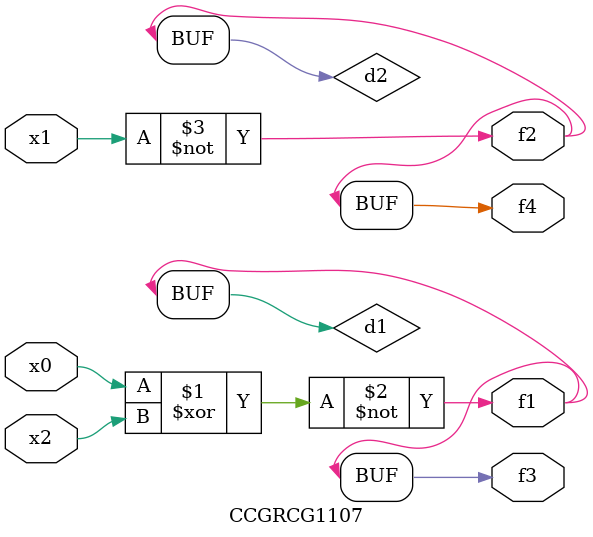
<source format=v>
module CCGRCG1107(
	input x0, x1, x2,
	output f1, f2, f3, f4
);

	wire d1, d2, d3;

	xnor (d1, x0, x2);
	nand (d2, x1);
	nor (d3, x1, x2);
	assign f1 = d1;
	assign f2 = d2;
	assign f3 = d1;
	assign f4 = d2;
endmodule

</source>
